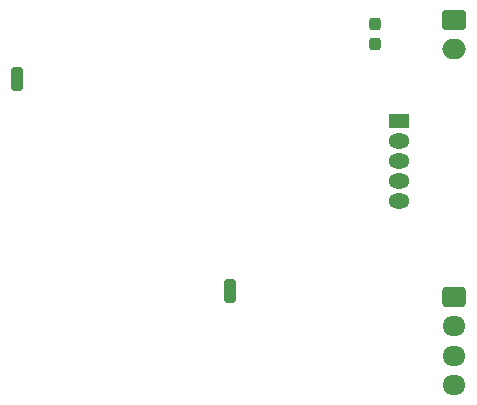
<source format=gbr>
%TF.GenerationSoftware,KiCad,Pcbnew,5.99.0-unknown-1f4a56005e~130~ubuntu20.04.1*%
%TF.CreationDate,2021-06-26T22:45:04+02:00*%
%TF.ProjectId,LED-Modul,4c45442d-4d6f-4647-956c-2e6b69636164,rev?*%
%TF.SameCoordinates,Original*%
%TF.FileFunction,Soldermask,Top*%
%TF.FilePolarity,Negative*%
%FSLAX46Y46*%
G04 Gerber Fmt 4.6, Leading zero omitted, Abs format (unit mm)*
G04 Created by KiCad (PCBNEW 5.99.0-unknown-1f4a56005e~130~ubuntu20.04.1) date 2021-06-26 22:45:04*
%MOMM*%
%LPD*%
G01*
G04 APERTURE LIST*
G04 Aperture macros list*
%AMRoundRect*
0 Rectangle with rounded corners*
0 $1 Rounding radius*
0 $2 $3 $4 $5 $6 $7 $8 $9 X,Y pos of 4 corners*
0 Add a 4 corners polygon primitive as box body*
4,1,4,$2,$3,$4,$5,$6,$7,$8,$9,$2,$3,0*
0 Add four circle primitives for the rounded corners*
1,1,$1+$1,$2,$3*
1,1,$1+$1,$4,$5*
1,1,$1+$1,$6,$7*
1,1,$1+$1,$8,$9*
0 Add four rect primitives between the rounded corners*
20,1,$1+$1,$2,$3,$4,$5,0*
20,1,$1+$1,$4,$5,$6,$7,0*
20,1,$1+$1,$6,$7,$8,$9,0*
20,1,$1+$1,$8,$9,$2,$3,0*%
G04 Aperture macros list end*
%ADD10RoundRect,0.237500X0.237500X-0.300000X0.237500X0.300000X-0.237500X0.300000X-0.237500X-0.300000X0*%
%ADD11RoundRect,0.250000X-0.250000X-0.750000X0.250000X-0.750000X0.250000X0.750000X-0.250000X0.750000X0*%
%ADD12RoundRect,0.250000X-0.725000X0.600000X-0.725000X-0.600000X0.725000X-0.600000X0.725000X0.600000X0*%
%ADD13O,1.950000X1.700000*%
%ADD14RoundRect,0.250000X-0.750000X0.600000X-0.750000X-0.600000X0.750000X-0.600000X0.750000X0.600000X0*%
%ADD15O,2.000000X1.700000*%
%ADD16R,1.800000X1.275000*%
%ADD17O,1.800000X1.275000*%
G04 APERTURE END LIST*
D10*
%TO.C,REF\u002A\u002A*%
X166300000Y-84112500D03*
X166300000Y-82387500D03*
%TD*%
D11*
%TO.C,REF\u002A\u002A*%
X154000000Y-105000000D03*
%TD*%
%TO.C,REF\u002A\u002A*%
X136000000Y-87000000D03*
%TD*%
D12*
%TO.C,J2*%
X172975000Y-105470000D03*
D13*
X172975000Y-107970000D03*
X172975000Y-110470000D03*
X172975000Y-112970000D03*
%TD*%
D14*
%TO.C,J1*%
X173000000Y-82000000D03*
D15*
X173000000Y-84500000D03*
%TD*%
D16*
%TO.C,U1*%
X168300000Y-90580000D03*
D17*
X168300000Y-92280000D03*
X168300000Y-93980000D03*
X168300000Y-95680000D03*
X168300000Y-97380000D03*
%TD*%
M02*

</source>
